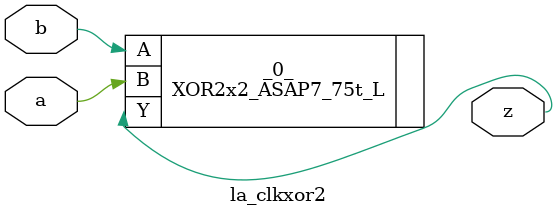
<source format=v>

/* Generated by Yosys 0.37 (git sha1 a5c7f69ed, clang 14.0.0-1ubuntu1.1 -fPIC -Os) */

module la_clkxor2(a, b, z);
  input a;
  wire a;
  input b;
  wire b;
  output z;
  wire z;
  XOR2x2_ASAP7_75t_L _0_ (
    .A(b),
    .B(a),
    .Y(z)
  );
endmodule

</source>
